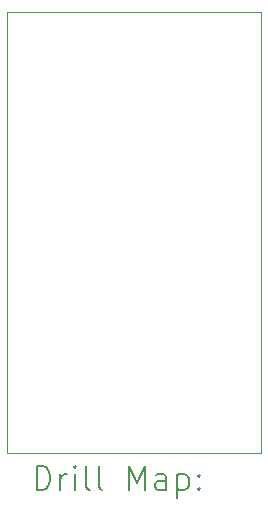
<source format=gbr>
%FSLAX45Y45*%
G04 Gerber Fmt 4.5, Leading zero omitted, Abs format (unit mm)*
G04 Created by KiCad (PCBNEW (6.0.5)) date 2023-11-13 21:58:47*
%MOMM*%
%LPD*%
G01*
G04 APERTURE LIST*
%TA.AperFunction,Profile*%
%ADD10C,0.100000*%
%TD*%
%ADD11C,0.200000*%
G04 APERTURE END LIST*
D10*
X14137640Y-10464800D02*
X16286480Y-10464800D01*
X16286480Y-10464800D02*
X16286480Y-6738620D01*
X16286480Y-6738620D02*
X14137640Y-6738620D01*
X14137640Y-6738620D02*
X14137640Y-10464800D01*
D11*
X14390259Y-10780276D02*
X14390259Y-10580276D01*
X14437878Y-10580276D01*
X14466449Y-10589800D01*
X14485497Y-10608848D01*
X14495021Y-10627895D01*
X14504545Y-10665990D01*
X14504545Y-10694562D01*
X14495021Y-10732657D01*
X14485497Y-10751705D01*
X14466449Y-10770752D01*
X14437878Y-10780276D01*
X14390259Y-10780276D01*
X14590259Y-10780276D02*
X14590259Y-10646943D01*
X14590259Y-10685038D02*
X14599783Y-10665990D01*
X14609307Y-10656467D01*
X14628354Y-10646943D01*
X14647402Y-10646943D01*
X14714068Y-10780276D02*
X14714068Y-10646943D01*
X14714068Y-10580276D02*
X14704545Y-10589800D01*
X14714068Y-10599324D01*
X14723592Y-10589800D01*
X14714068Y-10580276D01*
X14714068Y-10599324D01*
X14837878Y-10780276D02*
X14818830Y-10770752D01*
X14809307Y-10751705D01*
X14809307Y-10580276D01*
X14942640Y-10780276D02*
X14923592Y-10770752D01*
X14914068Y-10751705D01*
X14914068Y-10580276D01*
X15171211Y-10780276D02*
X15171211Y-10580276D01*
X15237878Y-10723133D01*
X15304545Y-10580276D01*
X15304545Y-10780276D01*
X15485497Y-10780276D02*
X15485497Y-10675514D01*
X15475973Y-10656467D01*
X15456926Y-10646943D01*
X15418830Y-10646943D01*
X15399783Y-10656467D01*
X15485497Y-10770752D02*
X15466449Y-10780276D01*
X15418830Y-10780276D01*
X15399783Y-10770752D01*
X15390259Y-10751705D01*
X15390259Y-10732657D01*
X15399783Y-10713610D01*
X15418830Y-10704086D01*
X15466449Y-10704086D01*
X15485497Y-10694562D01*
X15580735Y-10646943D02*
X15580735Y-10846943D01*
X15580735Y-10656467D02*
X15599783Y-10646943D01*
X15637878Y-10646943D01*
X15656926Y-10656467D01*
X15666449Y-10665990D01*
X15675973Y-10685038D01*
X15675973Y-10742181D01*
X15666449Y-10761229D01*
X15656926Y-10770752D01*
X15637878Y-10780276D01*
X15599783Y-10780276D01*
X15580735Y-10770752D01*
X15761688Y-10761229D02*
X15771211Y-10770752D01*
X15761688Y-10780276D01*
X15752164Y-10770752D01*
X15761688Y-10761229D01*
X15761688Y-10780276D01*
X15761688Y-10656467D02*
X15771211Y-10665990D01*
X15761688Y-10675514D01*
X15752164Y-10665990D01*
X15761688Y-10656467D01*
X15761688Y-10675514D01*
M02*

</source>
